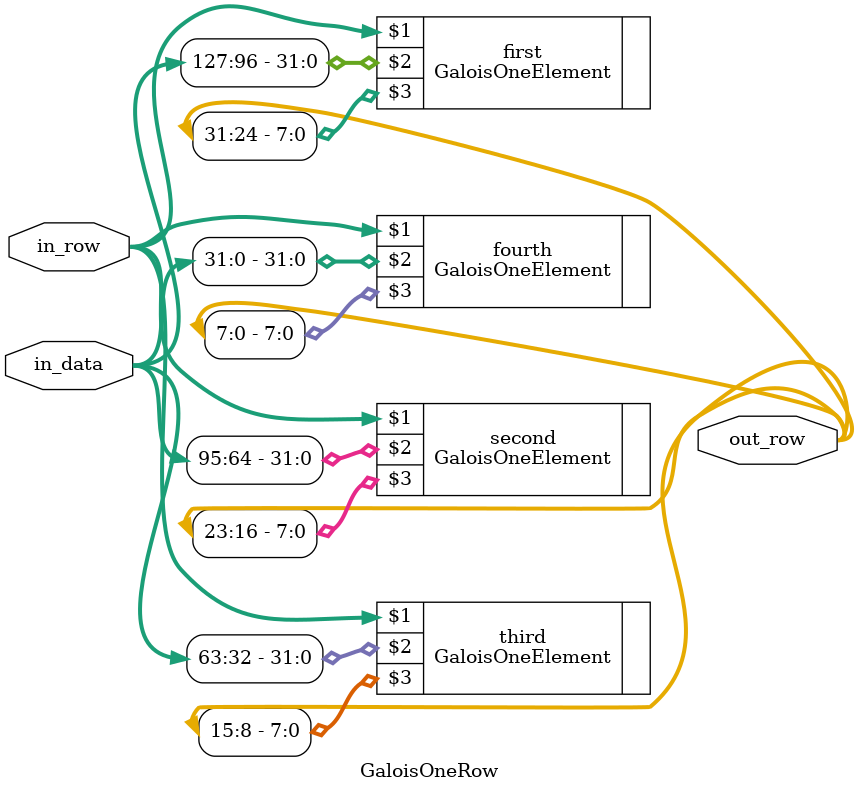
<source format=v>
module GaloisOneRow(in_row, in_data, out_row);

input[31:0] in_row;
input[127:0] in_data;
output[31:0] out_row;

GaloisOneElement first(in_row, in_data[127:96], out_row[31:24]); // 1st element of row
GaloisOneElement second(in_row, in_data[95:64], out_row[23:16]); // 2nd element of row
GaloisOneElement third(in_row, in_data[63:32], out_row[15:8]); // 3rd element of row
GaloisOneElement fourth(in_row, in_data[31:0], out_row[7:0]); // 4th element of row

endmodule
</source>
